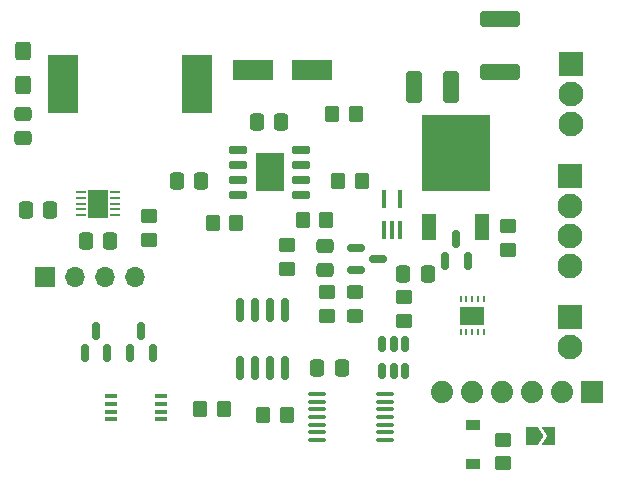
<source format=gbr>
%TF.GenerationSoftware,KiCad,Pcbnew,6.0.11-2627ca5db0~126~ubuntu22.04.1*%
%TF.CreationDate,2023-02-19T01:42:17-05:00*%
%TF.ProjectId,lin-fan-control,6c696e2d-6661-46e2-9d63-6f6e74726f6c,1.0*%
%TF.SameCoordinates,Original*%
%TF.FileFunction,Soldermask,Top*%
%TF.FilePolarity,Negative*%
%FSLAX46Y46*%
G04 Gerber Fmt 4.6, Leading zero omitted, Abs format (unit mm)*
G04 Created by KiCad (PCBNEW 6.0.11-2627ca5db0~126~ubuntu22.04.1) date 2023-02-19 01:42:17*
%MOMM*%
%LPD*%
G01*
G04 APERTURE LIST*
G04 Aperture macros list*
%AMRoundRect*
0 Rectangle with rounded corners*
0 $1 Rounding radius*
0 $2 $3 $4 $5 $6 $7 $8 $9 X,Y pos of 4 corners*
0 Add a 4 corners polygon primitive as box body*
4,1,4,$2,$3,$4,$5,$6,$7,$8,$9,$2,$3,0*
0 Add four circle primitives for the rounded corners*
1,1,$1+$1,$2,$3*
1,1,$1+$1,$4,$5*
1,1,$1+$1,$6,$7*
1,1,$1+$1,$8,$9*
0 Add four rect primitives between the rounded corners*
20,1,$1+$1,$2,$3,$4,$5,0*
20,1,$1+$1,$4,$5,$6,$7,0*
20,1,$1+$1,$6,$7,$8,$9,0*
20,1,$1+$1,$8,$9,$2,$3,0*%
%AMFreePoly0*
4,1,6,1.000000,0.000000,0.500000,-0.750000,-0.500000,-0.750000,-0.500000,0.750000,0.500000,0.750000,1.000000,0.000000,1.000000,0.000000,$1*%
%AMFreePoly1*
4,1,6,0.500000,-0.750000,-0.650000,-0.750000,-0.150000,0.000000,-0.650000,0.750000,0.500000,0.750000,0.500000,-0.750000,0.500000,-0.750000,$1*%
G04 Aperture macros list end*
%ADD10R,0.400000X1.500000*%
%ADD11R,0.254000X0.609600*%
%ADD12R,2.006600X1.600200*%
%ADD13RoundRect,0.150000X0.150000X-0.512500X0.150000X0.512500X-0.150000X0.512500X-0.150000X-0.512500X0*%
%ADD14RoundRect,0.250000X0.450000X-0.350000X0.450000X0.350000X-0.450000X0.350000X-0.450000X-0.350000X0*%
%ADD15RoundRect,0.250000X-0.350000X-0.450000X0.350000X-0.450000X0.350000X0.450000X-0.350000X0.450000X0*%
%ADD16RoundRect,0.250000X-0.450000X0.350000X-0.450000X-0.350000X0.450000X-0.350000X0.450000X0.350000X0*%
%ADD17R,1.200000X2.200000*%
%ADD18R,5.800000X6.400000*%
%ADD19RoundRect,0.150000X0.150000X-0.587500X0.150000X0.587500X-0.150000X0.587500X-0.150000X-0.587500X0*%
%ADD20R,2.100000X2.100000*%
%ADD21C,2.100000*%
%ADD22RoundRect,0.150000X-0.587500X-0.150000X0.587500X-0.150000X0.587500X0.150000X-0.587500X0.150000X0*%
%ADD23RoundRect,0.250000X-0.475000X0.337500X-0.475000X-0.337500X0.475000X-0.337500X0.475000X0.337500X0*%
%ADD24RoundRect,0.250000X-0.337500X-0.475000X0.337500X-0.475000X0.337500X0.475000X-0.337500X0.475000X0*%
%ADD25RoundRect,0.250000X0.350000X0.450000X-0.350000X0.450000X-0.350000X-0.450000X0.350000X-0.450000X0*%
%ADD26RoundRect,0.250000X1.450000X-0.400000X1.450000X0.400000X-1.450000X0.400000X-1.450000X-0.400000X0*%
%ADD27R,3.500000X1.800000*%
%ADD28RoundRect,0.250000X0.337500X0.475000X-0.337500X0.475000X-0.337500X-0.475000X0.337500X-0.475000X0*%
%ADD29RoundRect,0.250000X0.425000X-0.537500X0.425000X0.537500X-0.425000X0.537500X-0.425000X-0.537500X0*%
%ADD30R,1.700000X1.700000*%
%ADD31O,1.700000X1.700000*%
%ADD32RoundRect,0.150000X0.150000X-0.825000X0.150000X0.825000X-0.150000X0.825000X-0.150000X-0.825000X0*%
%ADD33RoundRect,0.100000X-0.637500X-0.100000X0.637500X-0.100000X0.637500X0.100000X-0.637500X0.100000X0*%
%ADD34RoundRect,0.250000X0.412500X1.100000X-0.412500X1.100000X-0.412500X-1.100000X0.412500X-1.100000X0*%
%ADD35R,1.100000X0.400000*%
%ADD36R,2.590800X5.003800*%
%ADD37FreePoly0,0.000000*%
%ADD38FreePoly1,0.000000*%
%ADD39RoundRect,0.250000X0.450000X-0.325000X0.450000X0.325000X-0.450000X0.325000X-0.450000X-0.325000X0*%
%ADD40R,1.200000X0.900000*%
%ADD41RoundRect,0.150000X-0.650000X-0.150000X0.650000X-0.150000X0.650000X0.150000X-0.650000X0.150000X0*%
%ADD42R,2.400000X3.200000*%
%ADD43R,0.812800X0.254000*%
%ADD44R,1.752600X2.489200*%
%ADD45R,1.879600X1.879600*%
%ADD46C,1.879600*%
G04 APERTURE END LIST*
D10*
%TO.C,U11*%
X208925000Y-78085000D03*
X209575000Y-78085000D03*
X210225000Y-78085000D03*
X210225000Y-75425000D03*
X208925000Y-75425000D03*
%TD*%
D11*
%TO.C,U8*%
X217375001Y-83953000D03*
X216874999Y-83953000D03*
X216375000Y-83953000D03*
X215875001Y-83953000D03*
X215374999Y-83953000D03*
X215374999Y-86747000D03*
X215875001Y-86747000D03*
X216375000Y-86747000D03*
X216874999Y-86747000D03*
X217375001Y-86747000D03*
D12*
X216375000Y-85350000D03*
%TD*%
D13*
%TO.C,U7*%
X208750000Y-90025000D03*
X209700000Y-90025000D03*
X210650000Y-90025000D03*
X210650000Y-87750000D03*
X209700000Y-87750000D03*
X208750000Y-87750000D03*
%TD*%
D14*
%TO.C,R28*%
X200700000Y-81350000D03*
X200700000Y-79350000D03*
%TD*%
D15*
%TO.C,R25*%
X204525000Y-68250000D03*
X206525000Y-68250000D03*
%TD*%
D14*
%TO.C,R24*%
X210550000Y-85800000D03*
X210550000Y-83800000D03*
%TD*%
D16*
%TO.C,R21*%
X219425000Y-77775000D03*
X219425000Y-79775000D03*
%TD*%
D17*
%TO.C,Q4*%
X212670000Y-77825000D03*
D18*
X214950000Y-71525000D03*
D17*
X217230000Y-77825000D03*
%TD*%
D19*
%TO.C,Q3*%
X214075000Y-80700000D03*
X215975000Y-80700000D03*
X215025000Y-78825000D03*
%TD*%
D20*
%TO.C,J5*%
X224675000Y-85450000D03*
D21*
X224675000Y-87990000D03*
%TD*%
D20*
%TO.C,J4*%
X224675000Y-73535000D03*
D21*
X224675000Y-76075000D03*
X224675000Y-78615000D03*
X224675000Y-81155000D03*
%TD*%
D22*
%TO.C,D5*%
X206537500Y-79600000D03*
X206537500Y-81500000D03*
X208412500Y-80550000D03*
%TD*%
D23*
%TO.C,C14*%
X203875000Y-79400000D03*
X203875000Y-81475000D03*
%TD*%
D24*
%TO.C,C12*%
X210525000Y-81775000D03*
X212600000Y-81775000D03*
%TD*%
D25*
%TO.C,R13*%
X207000000Y-73900000D03*
X205000000Y-73900000D03*
%TD*%
D23*
%TO.C,C10*%
X178350000Y-68262500D03*
X178350000Y-70337500D03*
%TD*%
D14*
%TO.C,R6*%
X218925000Y-97850000D03*
X218925000Y-95850000D03*
%TD*%
D26*
%TO.C,F1*%
X218700000Y-64700000D03*
X218700000Y-60250000D03*
%TD*%
D27*
%TO.C,D3*%
X197800000Y-64500000D03*
X202800000Y-64500000D03*
%TD*%
D28*
%TO.C,C11*%
X180625000Y-76400000D03*
X178550000Y-76400000D03*
%TD*%
%TO.C,C5*%
X200200000Y-68900000D03*
X198125000Y-68900000D03*
%TD*%
D29*
%TO.C,C9*%
X178350000Y-65787500D03*
X178350000Y-62912500D03*
%TD*%
D30*
%TO.C,J2*%
X180150000Y-82100000D03*
D31*
X182690000Y-82100000D03*
X185230000Y-82100000D03*
X187770000Y-82100000D03*
%TD*%
D32*
%TO.C,U1*%
X196670000Y-89800000D03*
X197940000Y-89800000D03*
X199210000Y-89800000D03*
X200480000Y-89800000D03*
X200480000Y-84850000D03*
X199210000Y-84850000D03*
X197940000Y-84850000D03*
X196670000Y-84850000D03*
%TD*%
D19*
%TO.C,Q1*%
X187400000Y-88475000D03*
X189300000Y-88475000D03*
X188350000Y-86600000D03*
%TD*%
D24*
%TO.C,C3*%
X183637500Y-78975000D03*
X185712500Y-78975000D03*
%TD*%
D33*
%TO.C,U2*%
X203237500Y-91975000D03*
X203237500Y-92625000D03*
X203237500Y-93275000D03*
X203237500Y-93925000D03*
X203237500Y-94575000D03*
X203237500Y-95225000D03*
X203237500Y-95875000D03*
X208962500Y-95875000D03*
X208962500Y-95225000D03*
X208962500Y-94575000D03*
X208962500Y-93925000D03*
X208962500Y-93275000D03*
X208962500Y-92625000D03*
X208962500Y-91975000D03*
%TD*%
D28*
%TO.C,C6*%
X193437500Y-73900000D03*
X191362500Y-73900000D03*
%TD*%
D34*
%TO.C,C4*%
X214525000Y-66000000D03*
X211400000Y-66000000D03*
%TD*%
D15*
%TO.C,R1*%
X193325000Y-93250000D03*
X195325000Y-93250000D03*
%TD*%
D28*
%TO.C,C1*%
X205300000Y-89775000D03*
X203225000Y-89775000D03*
%TD*%
D14*
%TO.C,R5*%
X204025000Y-85350000D03*
X204025000Y-83350000D03*
%TD*%
D35*
%TO.C,U3*%
X185750000Y-92175000D03*
X185750000Y-92825000D03*
X185750000Y-93475000D03*
X185750000Y-94125000D03*
X190050000Y-94125000D03*
X190050000Y-93475000D03*
X190050000Y-92825000D03*
X190050000Y-92175000D03*
%TD*%
D15*
%TO.C,R17*%
X194400000Y-77500000D03*
X196400000Y-77500000D03*
%TD*%
D36*
%TO.C,L1*%
X193100000Y-65700000D03*
X181695400Y-65700000D03*
%TD*%
D14*
%TO.C,R11*%
X188975000Y-78900000D03*
X188975000Y-76900000D03*
%TD*%
D37*
%TO.C,JP1*%
X221450000Y-95550000D03*
D38*
X222900000Y-95550000D03*
%TD*%
D39*
%TO.C,D1*%
X206450000Y-85350000D03*
X206450000Y-83300000D03*
%TD*%
D40*
%TO.C,D2*%
X216400000Y-97875000D03*
X216400000Y-94575000D03*
%TD*%
D41*
%TO.C,U5*%
X196550000Y-71295000D03*
X196550000Y-72565000D03*
X196550000Y-73835000D03*
X196550000Y-75105000D03*
X201850000Y-75105000D03*
X201850000Y-73835000D03*
X201850000Y-72565000D03*
X201850000Y-71295000D03*
D42*
X199200000Y-73200000D03*
%TD*%
D20*
%TO.C,J3*%
X224700000Y-64000000D03*
D21*
X224700000Y-66540000D03*
X224700000Y-69080000D03*
%TD*%
D43*
%TO.C,U4*%
X183252200Y-74849999D03*
X183252200Y-75350001D03*
X183252200Y-75850000D03*
X183252200Y-76349999D03*
X183252200Y-76850001D03*
X186147800Y-76850001D03*
X186147800Y-76349999D03*
X186147800Y-75850000D03*
X186147800Y-75350001D03*
X186147800Y-74849999D03*
D44*
X184700000Y-75850000D03*
%TD*%
D19*
%TO.C,Q2*%
X183550000Y-88525000D03*
X185450000Y-88525000D03*
X184500000Y-86650000D03*
%TD*%
D15*
%TO.C,R15*%
X202000000Y-77200000D03*
X204000000Y-77200000D03*
%TD*%
%TO.C,R2*%
X198675000Y-93775000D03*
X200675000Y-93775000D03*
%TD*%
D45*
%TO.C,J1*%
X226520000Y-91800000D03*
D46*
X223980000Y-91800000D03*
X221440000Y-91800000D03*
X218900000Y-91800000D03*
X216360000Y-91800000D03*
X213820000Y-91800000D03*
%TD*%
M02*

</source>
